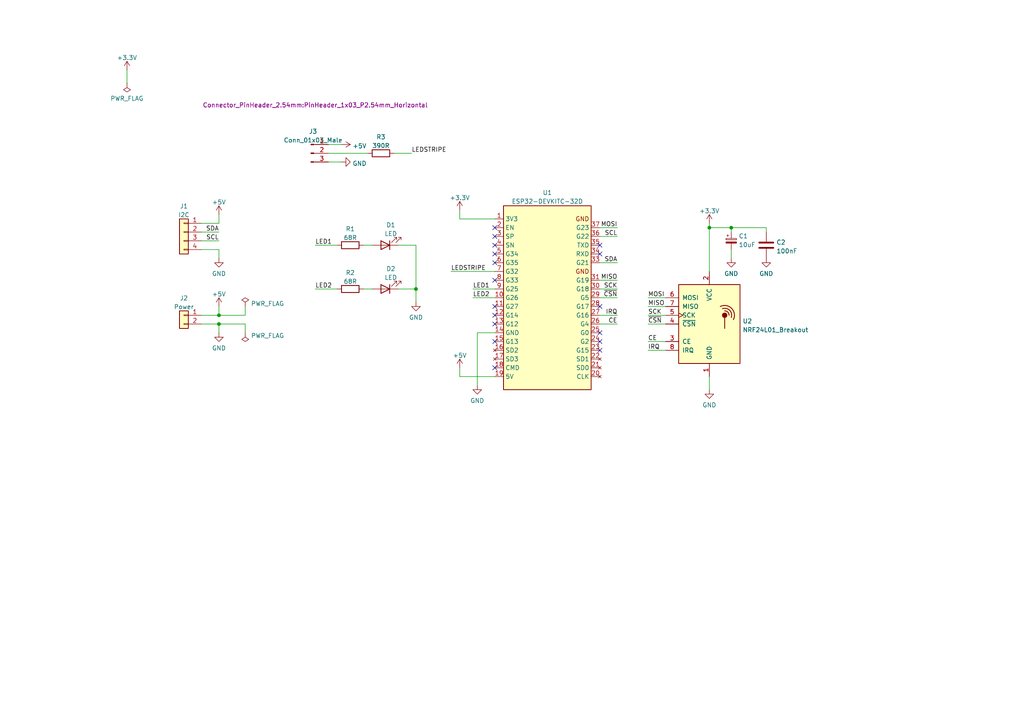
<source format=kicad_sch>
(kicad_sch (version 20230121) (generator eeschema)
  (paper "A4")
  (lib_symbols
    (symbol "Connector:Conn_01x03_Male" (pin_names (offset 1.016) hide)
      (property "Reference" "J" (at 0 5.08 0))
      (property "Value" "Conn_01x03_Male" (at 0 -5.08 0))
      (symbol "Conn_01x03_Male_1_1"
        (polyline (pts (xy 1.27 -2.54) (xy 0.8636 -2.54)) (stroke (width 0.1524)))
        (polyline (pts (xy 1.27 0) (xy 0.8636 0)) (stroke (width 0.1524)))
        (polyline (pts (xy 1.27 2.54) (xy 0.8636 2.54)) (stroke (width 0.1524)))
        (rectangle (start 0.8636 -2.413) (end 0 -2.667) (stroke (width 0.1524)) (fill (type outline)))
        (rectangle (start 0.8636 0.127) (end 0 -0.127) (stroke (width 0.1524)) (fill (type outline)))
        (rectangle (start 0.8636 2.667) (end 0 2.413) (stroke (width 0.1524)) (fill (type outline)))
        (pin passive line (at 5.08 2.54 180) (length 3.81) (name "Pin_1") (number "1"))
        (pin passive line (at 5.08 0 180) (length 3.81) (name "Pin_2") (number "2"))
        (pin passive line (at 5.08 -2.54 180) (length 3.81) (name "Pin_3") (number "3"))
      )
    )
    (symbol "Connector_Generic:Conn_01x02" (pin_names (offset 1.016) hide)
      (property "Reference" "J" (at 0 2.54 0))
      (property "Value" "Conn_01x02" (at 0 -5.08 0))
      (symbol "Conn_01x02_1_1"
        (rectangle (start -1.27 -2.413) (end 0 -2.667) (stroke (width 0.1524)))
        (rectangle (start -1.27 0.127) (end 0 -0.127) (stroke (width 0.1524)))
        (rectangle (start -1.27 1.27) (end 1.27 -3.81) (stroke (width 0.254)) (fill (type background)))
        (pin passive line (at -5.08 0 0) (length 3.81) (name "Pin_1") (number "1"))
        (pin passive line (at -5.08 -2.54 0) (length 3.81) (name "Pin_2") (number "2"))
      )
    )
    (symbol "Connector_Generic:Conn_01x04" (pin_names (offset 1.016) hide)
      (property "Reference" "J" (at 0 5.08 0))
      (property "Value" "Conn_01x04" (at 0 -7.62 0))
      (symbol "Conn_01x04_1_1"
        (rectangle (start -1.27 -4.953) (end 0 -5.207) (stroke (width 0.1524)))
        (rectangle (start -1.27 -2.413) (end 0 -2.667) (stroke (width 0.1524)))
        (rectangle (start -1.27 0.127) (end 0 -0.127) (stroke (width 0.1524)))
        (rectangle (start -1.27 2.667) (end 0 2.413) (stroke (width 0.1524)))
        (rectangle (start -1.27 3.81) (end 1.27 -6.35) (stroke (width 0.254)) (fill (type background)))
        (pin passive line (at -5.08 2.54 0) (length 3.81) (name "Pin_1") (number "1"))
        (pin passive line (at -5.08 0 0) (length 3.81) (name "Pin_2") (number "2"))
        (pin passive line (at -5.08 -2.54 0) (length 3.81) (name "Pin_3") (number "3"))
        (pin passive line (at -5.08 -5.08 0) (length 3.81) (name "Pin_4") (number "4"))
      )
    )
    (symbol "Device:C" (pin_numbers hide) (pin_names (offset 0.254))
      (property "Reference" "C" (at 0.635 2.54 0))
      (property "Value" "C" (at 0.635 -2.54 0))
      (symbol "C_0_1"
        (polyline (pts (xy -2.032 -0.762) (xy 2.032 -0.762)) (stroke (width 0.508)))
        (polyline (pts (xy -2.032 0.762) (xy 2.032 0.762)) (stroke (width 0.508)))
      )
      (symbol "C_1_1"
        (pin passive line (at 0 3.81 270) (length 2.794) (name "~") (number "1"))
        (pin passive line (at 0 -3.81 90) (length 2.794) (name "~") (number "2"))
      )
    )
    (symbol "Device:C_Polarized_Small" (pin_numbers hide) (pin_names (offset 0.254) hide)
      (property "Reference" "C" (at 0.254 1.778 0))
      (property "Value" "C_Polarized_Small" (at 0.254 -2.032 0))
      (symbol "C_Polarized_Small_0_1"
        (rectangle (start -1.524 -0.3048) (end 1.524 -0.6858) (fill (type outline)))
        (rectangle (start -1.524 0.6858) (end 1.524 0.3048))
        (polyline (pts (xy -1.27 1.524) (xy -0.762 1.524)))
        (polyline (pts (xy -1.016 1.27) (xy -1.016 1.778)))
      )
      (symbol "C_Polarized_Small_1_1"
        (pin passive line (at 0 2.54 270) (length 1.8542) (name "~") (number "1"))
        (pin passive line (at 0 -2.54 90) (length 1.8542) (name "~") (number "2"))
      )
    )
    (symbol "Device:LED" (pin_numbers hide) (pin_names (offset 1.016) hide)
      (property "Reference" "D" (at 0 2.54 0))
      (property "Value" "LED" (at 0 -2.54 0))
      (symbol "LED_0_1"
        (polyline (pts (xy -1.27 -1.27) (xy -1.27 1.27)) (stroke (width 0.254)))
        (polyline (pts (xy -1.27 0) (xy 1.27 0)))
        (polyline (pts (xy 1.27 -1.27) (xy 1.27 1.27) (xy -1.27 0) (xy 1.27 -1.27)) (stroke (width 0.254)))
        (polyline (pts (xy -3.048 -0.762) (xy -4.572 -2.286) (xy -3.81 -2.286) (xy -4.572 -2.286) (xy -4.572 -1.524)))
        (polyline (pts (xy -1.778 -0.762) (xy -3.302 -2.286) (xy -2.54 -2.286) (xy -3.302 -2.286) (xy -3.302 -1.524)))
      )
      (symbol "LED_1_1"
        (pin passive line (at -3.81 0 0) (length 2.54) (name "K") (number "1"))
        (pin passive line (at 3.81 0 180) (length 2.54) (name "A") (number "2"))
      )
    )
    (symbol "Device:R" (pin_numbers hide) (pin_names (offset 0))
      (property "Reference" "R" (at 2.032 0 90))
      (property "Value" "R" (at 0 0 90))
      (symbol "R_0_1"
        (rectangle (start -1.016 -2.54) (end 1.016 2.54) (stroke (width 0.254)))
      )
      (symbol "R_1_1"
        (pin passive line (at 0 3.81 270) (length 1.27) (name "~") (number "1"))
        (pin passive line (at 0 -3.81 90) (length 1.27) (name "~") (number "2"))
      )
    )
    (symbol "ESP32-NodeMCU_WROOM_32:ESP32NodeMCU"
      (property "Reference" "U" (at -11.43 27.94 0))
      (property "Value" "ESP32NodeMCU" (at 3.81 27.94 0))
      (symbol "ESP32NodeMCU_0_0"
        (text "GND" (at 11.43 7.62 0) (effects (font (size 1.27 1.27))))
        (text "GND" (at 11.43 22.86 0) (effects (font (size 1.27 1.27))))
      )
      (symbol "ESP32NodeMCU_0_1"
        (rectangle (start -11.43 26.67) (end 13.97 -26.67) (stroke (width 0.254)) (fill (type background)))
      )
      (symbol "ESP32NodeMCU_1_1"
        (pin power_in line (at -13.97 22.86 0) (length 2.54) (name "3V3") (number "1"))
        (pin bidirectional line (at -13.97 0 0) (length 2.54) (name "G26") (number "10"))
        (pin bidirectional line (at -13.97 -2.54 0) (length 2.54) (name "G27") (number "11"))
        (pin bidirectional line (at -13.97 -5.08 0) (length 2.54) (name "G14") (number "12"))
        (pin bidirectional line (at -13.97 -7.62 0) (length 2.54) (name "G12") (number "13"))
        (pin power_in line (at -13.97 -10.16 0) (length 2.54) (name "GND") (number "14"))
        (pin bidirectional line (at -13.97 -12.7 0) (length 2.54) (name "G13") (number "15"))
        (pin no_connect line (at -13.97 -15.24 0) (length 2.54) (name "SD2") (number "16"))
        (pin no_connect line (at -13.97 -17.78 0) (length 2.54) (name "SD3") (number "17"))
        (pin input line (at -13.97 -20.32 0) (length 2.54) (name "CMD") (number "18"))
        (pin power_in line (at -13.97 -22.86 0) (length 2.54) (name "5V") (number "19"))
        (pin input line (at -13.97 20.32 0) (length 2.54) (name "EN") (number "2"))
        (pin no_connect line (at 16.51 -22.86 180) (length 2.54) (name "CLK") (number "20"))
        (pin no_connect line (at 16.51 -20.32 180) (length 2.54) (name "SD0") (number "21"))
        (pin no_connect line (at 16.51 -17.78 180) (length 2.54) (name "SD1") (number "22"))
        (pin bidirectional line (at 16.51 -15.24 180) (length 2.54) (name "G15") (number "23"))
        (pin bidirectional line (at 16.51 -12.7 180) (length 2.54) (name "G2") (number "24"))
        (pin bidirectional line (at 16.51 -10.16 180) (length 2.54) (name "G0") (number "25"))
        (pin bidirectional line (at 16.51 -7.62 180) (length 2.54) (name "G4") (number "26"))
        (pin bidirectional line (at 16.51 -5.08 180) (length 2.54) (name "G16") (number "27"))
        (pin bidirectional line (at 16.51 -2.54 180) (length 2.54) (name "G17") (number "28"))
        (pin bidirectional line (at 16.51 0 180) (length 2.54) (name "G5") (number "29"))
        (pin bidirectional line (at -13.97 17.78 0) (length 2.54) (name "SP") (number "3"))
        (pin bidirectional line (at 16.51 2.54 180) (length 2.54) (name "G18") (number "30"))
        (pin bidirectional line (at 16.51 5.08 180) (length 2.54) (name "G19") (number "31"))
        (pin passive line (at -13.97 -10.16 0) (length 2.54) hide (name "GND") (number "32"))
        (pin bidirectional line (at 16.51 10.16 180) (length 2.54) (name "G21") (number "33"))
        (pin bidirectional line (at 16.51 12.7 180) (length 2.54) (name "RXD") (number "34"))
        (pin bidirectional line (at 16.51 15.24 180) (length 2.54) (name "TXD") (number "35"))
        (pin bidirectional line (at 16.51 17.78 180) (length 2.54) (name "G22") (number "36"))
        (pin bidirectional line (at 16.51 20.32 180) (length 2.54) (name "G23") (number "37"))
        (pin passive line (at -13.97 -10.16 0) (length 2.54) hide (name "GND") (number "38"))
        (pin bidirectional line (at -13.97 15.24 0) (length 2.54) (name "SN") (number "4"))
        (pin input line (at -13.97 12.7 0) (length 2.54) (name "G34") (number "5"))
        (pin input line (at -13.97 10.16 0) (length 2.54) (name "G35") (number "6"))
        (pin bidirectional line (at -13.97 7.62 0) (length 2.54) (name "G32") (number "7"))
        (pin bidirectional line (at -13.97 5.08 0) (length 2.54) (name "G33") (number "8"))
        (pin bidirectional line (at -13.97 2.54 0) (length 2.54) (name "G25") (number "9"))
      )
    )
    (symbol "nRF24L01+PA+LNA:NRF24L01+PA+LNA_Breakout" (pin_names (offset 1.016))
      (property "Reference" "U" (at -8.89 12.7 0))
      (property "Value" "NRF24L01+PA+LNA_Breakout" (at 3.81 12.7 0))
      (symbol "NRF24L01+PA+LNA_Breakout_0_1"
        (rectangle (start -8.89 11.43) (end 8.89 -11.43) (stroke (width 0.254)) (fill (type background)))
        (polyline (pts (xy 4.445 1.905) (xy 4.445 -1.27)) (stroke (width 0.254)))
        (circle (center 4.445 2.54) (radius 0.635) (stroke (width 0.254)) (fill (type outline)))
        (arc (start 5.715 2.54) (mid 5.3521 3.4546) (end 4.445 3.81) (stroke (width 0.254)))
        (arc (start 6.35 1.905) (mid 5.8763 3.9854) (end 3.81 4.445) (stroke (width 0.254)))
        (arc (start 6.985 1.27) (mid 6.453 4.548) (end 3.175 5.08) (stroke (width 0.254)))
      )
      (symbol "NRF24L01+PA+LNA_Breakout_1_1"
        (pin power_in line (at 0 -15.24 90) (length 3.81) (name "GND") (number "1"))
        (pin power_in line (at 0 15.24 270) (length 3.81) (name "VCC") (number "2"))
        (pin input line (at -12.7 -5.08 0) (length 3.81) (name "CE") (number "3"))
        (pin input line (at -12.7 0 0) (length 3.81) (name "~{CSN}") (number "4"))
        (pin input clock (at -12.7 2.54 0) (length 3.81) (name "SCK") (number "5"))
        (pin input line (at -12.7 7.62 0) (length 3.81) (name "MOSI") (number "6"))
        (pin output line (at -12.7 5.08 0) (length 3.81) (name "MISO") (number "7"))
        (pin output line (at -12.7 -7.62 0) (length 3.81) (name "IRQ") (number "8"))
      )
    )
    (symbol "power:+3.3V" (power) (pin_names (offset 0))
      (property "Value" "+3.3V" (at 0 3.556 0))
      (symbol "+3.3V_0_1"
        (polyline (pts (xy -0.762 1.27) (xy 0 2.54)))
        (polyline (pts (xy 0 0) (xy 0 2.54)))
        (polyline (pts (xy 0 2.54) (xy 0.762 1.27)))
      )
      (symbol "+3.3V_1_1"
        (pin power_in line (at 0 0 90) (length 0) hide (name "+3.3V") (number "1"))
      )
    )
    (symbol "power:+5V" (power) (pin_names (offset 0))
      (property "Value" "+5V" (at 0 3.556 0))
      (symbol "+5V_0_1"
        (polyline (pts (xy -0.762 1.27) (xy 0 2.54)))
        (polyline (pts (xy 0 0) (xy 0 2.54)))
        (polyline (pts (xy 0 2.54) (xy 0.762 1.27)))
      )
      (symbol "+5V_1_1"
        (pin power_in line (at 0 0 90) (length 0) hide (name "+5V") (number "1"))
      )
    )
    (symbol "power:GND" (power) (pin_names (offset 0))
      (property "Value" "GND" (at 0 -3.81 0))
      (symbol "GND_0_1"
        (polyline (pts (xy 0 0) (xy 0 -1.27) (xy 1.27 -1.27) (xy 0 -2.54) (xy -1.27 -1.27) (xy 0 -1.27)))
      )
      (symbol "GND_1_1"
        (pin power_in line (at 0 0 270) (length 0) hide (name "GND") (number "1"))
      )
    )
    (symbol "power:PWR_FLAG" (power) (pin_numbers hide) (pin_names (offset 0) hide)
      (property "Value" "PWR_FLAG" (at 0 3.81 0))
      (symbol "PWR_FLAG_0_0"
        (pin power_out line (at 0 0 90) (length 0) (name "pwr") (number "1"))
      )
      (symbol "PWR_FLAG_0_1"
        (polyline (pts (xy 0 0) (xy 0 1.27) (xy -1.016 1.905) (xy 0 2.54) (xy 1.016 1.905) (xy 0 1.27)))
      )
    )
  )
  (junction (at 120.65 83.82))
  (junction (at 63.5 91.44))
  (junction (at 63.5 93.98))
  (junction (at 205.74 66.04))
  (junction (at 212.09 66.04))
  (no_connect (at 173.99 99.06))
  (no_connect (at 143.51 66.04))
  (no_connect (at 143.51 73.66))
  (no_connect (at 143.51 76.2))
  (no_connect (at 173.99 96.52))
  (no_connect (at 143.51 99.06))
  (no_connect (at 173.99 101.6))
  (no_connect (at 143.51 93.98))
  (no_connect (at 143.51 91.44))
  (no_connect (at 143.51 88.9))
  (no_connect (at 143.51 68.58))
  (no_connect (at 143.51 71.12))
  (no_connect (at 143.51 81.28))
  (no_connect (at 173.99 88.9))
  (no_connect (at 173.99 73.66))
  (no_connect (at 173.99 71.12))
  (no_connect (at 143.51 106.68))
  (wire (pts (xy 137.16 83.82) (xy 143.51 83.82)))
  (wire (pts (xy 71.12 88.9) (xy 71.12 91.44)))
  (wire (pts (xy 106.68 44.45) (xy 95.25 44.45)))
  (wire (pts (xy 63.5 64.77) (xy 63.5 62.23)))
  (wire (pts (xy 187.96 86.36) (xy 193.04 86.36)))
  (wire (pts (xy 120.65 83.82) (xy 120.65 87.63)))
  (wire (pts (xy 173.99 86.36) (xy 179.07 86.36)))
  (wire (pts (xy 187.96 88.9) (xy 193.04 88.9)))
  (wire (pts (xy 137.16 86.36) (xy 143.51 86.36)))
  (wire (pts (xy 105.41 71.12) (xy 107.95 71.12)))
  (wire (pts (xy 212.09 72.39) (xy 212.09 74.93)))
  (wire (pts (xy 205.74 66.04) (xy 212.09 66.04)))
  (wire (pts (xy 36.83 20.32) (xy 36.83 24.13)))
  (wire (pts (xy 71.12 91.44) (xy 63.5 91.44)))
  (wire (pts (xy 173.99 93.98) (xy 179.07 93.98)))
  (wire (pts (xy 133.35 109.22) (xy 133.35 106.68)))
  (wire (pts (xy 91.44 71.12) (xy 97.79 71.12)))
  (wire (pts (xy 120.65 71.12) (xy 120.65 83.82)))
  (wire (pts (xy 58.42 67.31) (xy 63.5 67.31)))
  (wire (pts (xy 212.09 67.31) (xy 212.09 66.04)))
  (wire (pts (xy 105.41 83.82) (xy 107.95 83.82)))
  (wire (pts (xy 173.99 66.04) (xy 179.07 66.04)))
  (wire (pts (xy 187.96 99.06) (xy 193.04 99.06)))
  (wire (pts (xy 115.57 71.12) (xy 120.65 71.12)))
  (wire (pts (xy 173.99 91.44) (xy 179.07 91.44)))
  (wire (pts (xy 173.99 68.58) (xy 179.07 68.58)))
  (wire (pts (xy 115.57 83.82) (xy 120.65 83.82)))
  (wire (pts (xy 114.3 44.45) (xy 119.38 44.45)))
  (wire (pts (xy 91.44 83.82) (xy 97.79 83.82)))
  (wire (pts (xy 173.99 83.82) (xy 179.07 83.82)))
  (wire (pts (xy 173.99 76.2) (xy 179.07 76.2)))
  (wire (pts (xy 63.5 93.98) (xy 63.5 96.52)))
  (wire (pts (xy 58.42 93.98) (xy 63.5 93.98)))
  (wire (pts (xy 187.96 91.44) (xy 193.04 91.44)))
  (wire (pts (xy 99.06 46.99) (xy 95.25 46.99)))
  (wire (pts (xy 133.35 63.5) (xy 143.51 63.5)))
  (wire (pts (xy 63.5 72.39) (xy 63.5 74.93)))
  (wire (pts (xy 187.96 93.98) (xy 193.04 93.98)))
  (wire (pts (xy 205.74 109.22) (xy 205.74 113.03)))
  (wire (pts (xy 58.42 91.44) (xy 63.5 91.44)))
  (wire (pts (xy 71.12 96.52) (xy 71.12 93.98)))
  (wire (pts (xy 143.51 109.22) (xy 133.35 109.22)))
  (wire (pts (xy 58.42 69.85) (xy 63.5 69.85)))
  (wire (pts (xy 130.81 78.74) (xy 143.51 78.74)))
  (wire (pts (xy 173.99 81.28) (xy 179.07 81.28)))
  (wire (pts (xy 63.5 91.44) (xy 63.5 88.9)))
  (wire (pts (xy 222.25 66.04) (xy 212.09 66.04)))
  (wire (pts (xy 222.25 67.31) (xy 222.25 66.04)))
  (wire (pts (xy 187.96 101.6) (xy 193.04 101.6)))
  (wire (pts (xy 58.42 72.39) (xy 63.5 72.39)))
  (wire (pts (xy 58.42 64.77) (xy 63.5 64.77)))
  (wire (pts (xy 99.06 41.91) (xy 95.25 41.91)))
  (wire (pts (xy 205.74 64.77) (xy 205.74 66.04)))
  (wire (pts (xy 133.35 63.5) (xy 133.35 60.96)))
  (wire (pts (xy 71.12 93.98) (xy 63.5 93.98)))
  (wire (pts (xy 205.74 66.04) (xy 205.74 78.74)))
  (wire (pts (xy 143.51 96.52) (xy 138.43 96.52)))
  (wire (pts (xy 138.43 96.52) (xy 138.43 111.76)))
  (label "MOSI" (at 179.07 66.04 180))
  (label "SCK" (at 179.07 83.82 180))
  (label "CE" (at 179.07 93.98 180))
  (label "SDA" (at 179.07 76.2 180))
  (label "MISO" (at 187.96 88.9 0))
  (label "IRQ" (at 179.07 91.44 180))
  (label "MOSI" (at 187.96 86.36 0))
  (label "SDA" (at 63.5 67.31 180))
  (label "LEDSTRIPE" (at 119.38 44.45 0))
  (label "SCL" (at 179.07 68.58 180))
  (label "LED1" (at 137.16 83.82 0))
  (label "~{CSN}" (at 179.07 86.36 180))
  (label "IRQ" (at 187.96 101.6 0))
  (label "CE" (at 187.96 99.06 0))
  (label "~{CSN}" (at 187.96 93.98 0))
  (label "SCL" (at 63.5 69.85 180))
  (label "LED1" (at 91.44 71.12 0))
  (label "SCK" (at 187.96 91.44 0))
  (label "LEDSTRIPE" (at 130.81 78.74 0))
  (label "LED2" (at 91.44 83.82 0))
  (label "MISO" (at 179.07 81.28 180))
  (label "LED2" (at 137.16 86.36 0))
  (symbol (lib_id "Connector:Conn_01x03_Male") (at 90.17 44.45 0) (unit 1)
    (property "Reference" "J3" (at 90.805 38.134 0))
    (property "Value" "Conn_01x03_Male" (at 90.805 40.6709 0))
    (property "Footprint" "Connector_PinHeader_2.54mm:PinHeader_1x03_P2.54mm_Horizontal" (at 91.44 30.48 0))
  )
  (symbol (lib_id "power:+3.3V") (at 133.35 60.96 0) (unit 1)
    (property "Reference" "#PWR06" (effects hide))
    (property "Value" "+3.3V" (at 133.35 57.3842 0))
  )
  (symbol (lib_id "Device:LED") (at 111.76 71.12 180) (unit 1)
    (property "Reference" "D1" (at 113.3475 65.2612 0))
    (property "Value" "LED" (at 113.3475 67.7981 0))
    (property "Footprint" "LED_THT:LED_D3.0mm" (effects hide))
  )
  (symbol (lib_id "power:GND") (at 120.65 87.63 0) (unit 1)
    (property "Reference" "#PWR017" (effects hide))
    (property "Value" "GND" (at 120.65 92.0734 0))
  )
  (symbol (lib_id "power:GND") (at 99.06 46.99 90) (unit 1)
    (property "Reference" "#PWR016" (effects hide))
    (property "Value" "GND" (at 102.235 47.4238 90) (effects (justify right)))
  )
  (symbol (lib_id "power:+3.3V") (at 36.83 20.32 0) (unit 1)
    (property "Reference" "#PWR01" (effects hide))
    (property "Value" "+3.3V" (at 36.83 16.7442 0))
  )
  (symbol (lib_id "Device:C_Polarized_Small") (at 212.09 69.85 0) (unit 1)
    (property "Reference" "C1" (at 214.249 68.4692 0) (effects (justify left)))
    (property "Value" "10uF" (at 214.249 71.0061 0) (effects (justify left)))
    (property "Footprint" "Capacitor_THT:CP_Radial_D5.0mm_P2.00mm" (effects hide))
  )
  (symbol (lib_id "Device:R") (at 110.49 44.45 270) (unit 1)
    (property "Reference" "R3" (at 110.49 39.7342 90))
    (property "Value" "390R" (at 110.49 42.2711 90))
    (property "Footprint" "Resistor_THT:R_Axial_DIN0207_L6.3mm_D2.5mm_P10.16mm_Horizontal" (effects hide))
  )
  (symbol (lib_id "nRF24L01+PA+LNA:NRF24L01+PA+LNA_Breakout") (at 205.74 93.98 0) (unit 1)
    (property "Reference" "U2" (at 215.392 93.1453 0) (effects (justify left)))
    (property "Value" "NRF24L01_Breakout" (at 215.392 95.6822 0) (effects (justify left)))
    (property "Footprint" "nRF24L01+PA+LNA_Breakout:nRF24L01+PA+LNA_Breakout" (effects hide))
    (property "Datasheet" "http://www.nordicsemi.com/eng/content/download/2730/34105/file/nRF24L01_Product_Specification_v2_0.pdf" (effects hide))
  )
  (symbol (lib_id "power:+5V") (at 133.35 106.68 0) (unit 1)
    (property "Reference" "#PWR07" (effects hide))
    (property "Value" "+5V" (at 133.35 103.1042 0))
  )
  (symbol (lib_id "Device:C") (at 222.25 71.12 0) (unit 1)
    (property "Reference" "C2" (at 225.171 70.2853 0) (effects (justify left)))
    (property "Value" "100nF" (at 225.171 72.8222 0) (effects (justify left)))
    (property "Footprint" "Capacitor_THT:C_Disc_D4.3mm_W1.9mm_P5.00mm" (effects hide))
  )
  (symbol (lib_id "power:GND") (at 63.5 74.93 0) (unit 1)
    (property "Reference" "#PWR03" (effects hide))
    (property "Value" "GND" (at 63.5 79.3734 0))
  )
  (symbol (lib_id "power:GND") (at 212.09 74.93 0) (unit 1)
    (property "Reference" "#PWR011" (effects hide))
    (property "Value" "GND" (at 212.09 79.3734 0))
  )
  (symbol (lib_id "Connector_Generic:Conn_01x04") (at 53.34 67.31 0) (mirror y) (unit 1)
    (property "Reference" "J1" (at 53.34 59.8002 0))
    (property "Value" "I2C" (at 53.34 62.3371 0))
    (property "Footprint" "Connector_PinHeader_2.54mm:PinHeader_1x04_P2.54mm_Horizontal" (effects hide))
  )
  (symbol (lib_id "power:+5V") (at 63.5 88.9 0) (unit 1)
    (property "Reference" "#PWR04" (effects hide))
    (property "Value" "+5V" (at 63.5 85.3242 0))
  )
  (symbol (lib_id "ESP32-NodeMCU_WROOM_32:ESP32NodeMCU") (at 157.48 86.36 0) (unit 1)
    (property "Reference" "U1" (at 158.75 55.88 0))
    (property "Value" "ESP32-DEVKITC-32D" (at 158.75 58.4169 0))
    (property "Footprint" "ESP32-NodeMCU_WROOM_32:ESP32-NodeMCU_WROOM_32" (effects hide))
    (property "PARTREV" "4" (effects hide))
    (property "MANUFACTURER" "Espressif Systems" (effects hide))
  )
  (symbol (lib_id "Device:R") (at 101.6 71.12 90) (unit 1)
    (property "Reference" "R1" (at 101.6 66.4042 90))
    (property "Value" "68R" (at 101.6 68.9411 90))
    (property "Footprint" "Resistor_THT:R_Axial_DIN0207_L6.3mm_D2.5mm_P10.16mm_Horizontal" (effects hide))
  )
  (symbol (lib_id "power:GND") (at 63.5 96.52 0) (unit 1)
    (property "Reference" "#PWR05" (effects hide))
    (property "Value" "GND" (at 63.5 100.9634 0))
  )
  (symbol (lib_id "Device:LED") (at 111.76 83.82 180) (unit 1)
    (property "Reference" "D2" (at 113.3475 77.9612 0))
    (property "Value" "LED" (at 113.3475 80.4981 0))
    (property "Footprint" "LED_THT:LED_D3.0mm" (effects hide))
  )
  (symbol (lib_id "power:PWR_FLAG") (at 71.12 96.52 0) (mirror x) (unit 1)
    (property "Reference" "#FLG03" (effects hide))
    (property "Value" "PWR_FLAG" (at 72.771 97.3562 0) (effects (justify left)))
  )
  (symbol (lib_id "power:GND") (at 222.25 74.93 0) (unit 1)
    (property "Reference" "#PWR018" (effects hide))
    (property "Value" "GND" (at 222.25 79.3734 0))
  )
  (symbol (lib_id "power:GND") (at 138.43 111.76 0) (unit 1)
    (property "Reference" "#PWR08" (effects hide))
    (property "Value" "GND" (at 138.43 116.2034 0))
  )
  (symbol (lib_id "power:+3.3V") (at 205.74 64.77 0) (unit 1)
    (property "Reference" "#PWR09" (effects hide))
    (property "Value" "+3.3V" (at 205.74 61.1942 0))
  )
  (symbol (lib_id "power:+5V") (at 63.5 62.23 0) (unit 1)
    (property "Reference" "#PWR02" (effects hide))
    (property "Value" "+5V" (at 63.5 58.6542 0))
  )
  (symbol (lib_id "power:+5V") (at 99.06 41.91 270) (unit 1)
    (property "Reference" "#PWR015" (effects hide))
    (property "Value" "+5V" (at 102.235 42.3438 90) (effects (justify left)))
  )
  (symbol (lib_id "power:PWR_FLAG") (at 71.12 88.9 0) (unit 1)
    (property "Reference" "#FLG02" (effects hide))
    (property "Value" "PWR_FLAG" (at 72.771 88.0638 0) (effects (justify left)))
  )
  (symbol (lib_id "Connector_Generic:Conn_01x02") (at 53.34 91.44 0) (mirror y) (unit 1)
    (property "Reference" "J2" (at 53.34 86.4702 0))
    (property "Value" "Power" (at 53.34 89.0071 0))
    (property "Footprint" "Connector_JST:JST_EH_S2B-EH_1x02_P2.50mm_Horizontal" (effects hide))
  )
  (symbol (lib_id "power:PWR_FLAG") (at 36.83 24.13 0) (mirror x) (unit 1)
    (property "Reference" "#FLG01" (effects hide))
    (property "Value" "PWR_FLAG" (at 36.83 28.5734 0))
  )
  (symbol (lib_id "power:GND") (at 205.74 113.03 0) (unit 1)
    (property "Reference" "#PWR010" (effects hide))
    (property "Value" "GND" (at 205.74 117.4734 0))
  )
  (symbol (lib_id "Device:R") (at 101.6 83.82 90) (unit 1)
    (property "Reference" "R2" (at 101.6 79.1042 90))
    (property "Value" "68R" (at 101.6 81.6411 90))
    (property "Footprint" "Resistor_THT:R_Axial_DIN0207_L6.3mm_D2.5mm_P10.16mm_Horizontal" (effects hide))
  )
)
</source>
